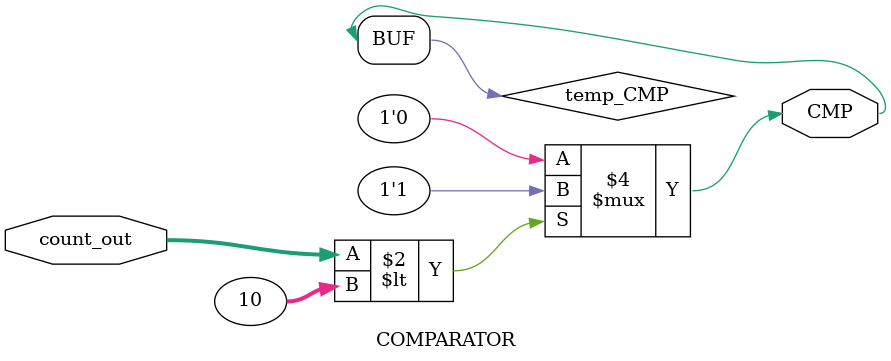
<source format=v>
`timescale 1ns/1ps
module COMPARATOR(
    input [3:0] count_out,
    output CMP
);
//parameter N =10 ; // number of interation 
reg temp_CMP;
always @(count_out)
begin
    if(count_out < 'd10)
        temp_CMP = 1;
    else 
        temp_CMP = 0;
end
assign CMP = temp_CMP;
endmodule
</source>
